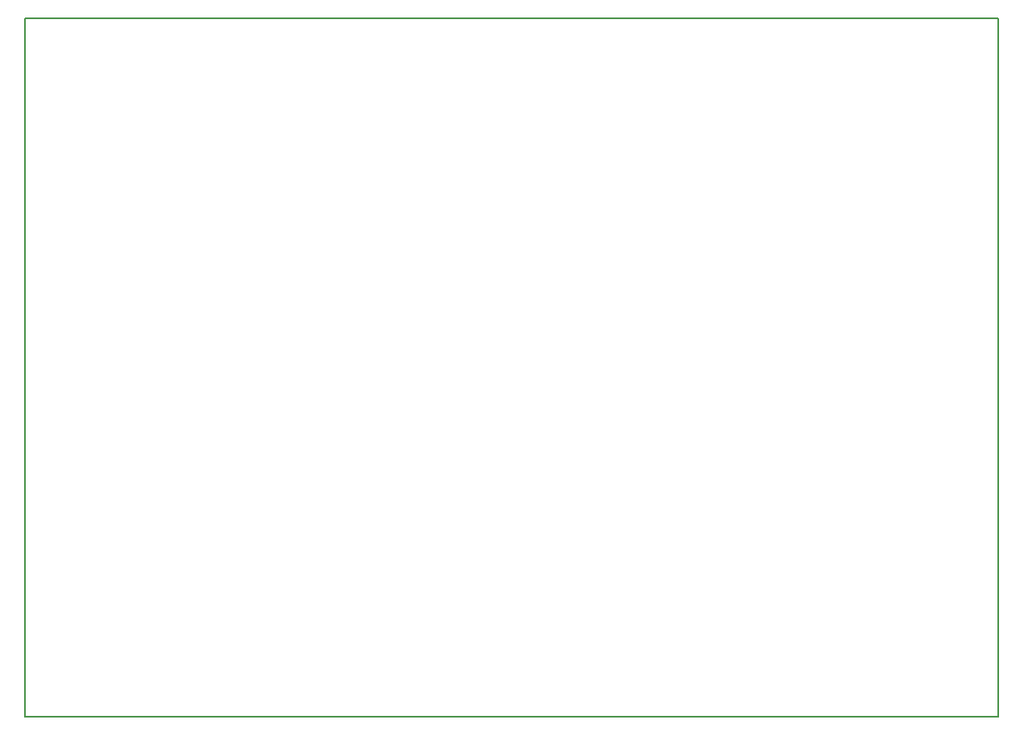
<source format=gbr>
%TF.GenerationSoftware,KiCad,Pcbnew,6.0.2+dfsg-1*%
%TF.CreationDate,2022-06-22T21:08:07-04:00*%
%TF.ProjectId,NodeMCU-32S,4e6f6465-4d43-4552-9d33-32532e6b6963,rev?*%
%TF.SameCoordinates,Original*%
%TF.FileFunction,Profile,NP*%
%FSLAX46Y46*%
G04 Gerber Fmt 4.6, Leading zero omitted, Abs format (unit mm)*
G04 Created by KiCad (PCBNEW 6.0.2+dfsg-1) date 2022-06-22 21:08:07*
%MOMM*%
%LPD*%
G01*
G04 APERTURE LIST*
%TA.AperFunction,Profile*%
%ADD10C,0.200000*%
%TD*%
G04 APERTURE END LIST*
D10*
X53340000Y-45720000D02*
X152400000Y-45720000D01*
X152400000Y-45720000D02*
X152400000Y-116840000D01*
X152400000Y-116840000D02*
X53340000Y-116840000D01*
X53340000Y-116840000D02*
X53340000Y-45720000D01*
M02*

</source>
